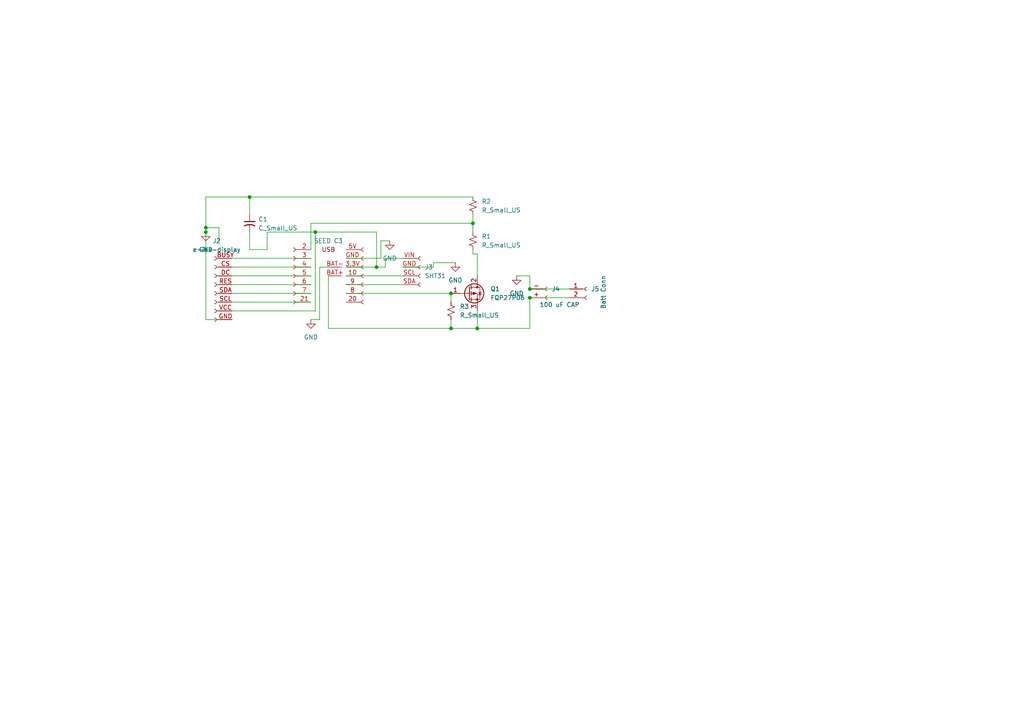
<source format=kicad_sch>
(kicad_sch (version 20250114) (generator "eeschema") (generator_version "9.0")
  (paper "A4")
  (lib_symbols
    (symbol "Conn_01x02_Socket_1" (pin_names (offset 1.016) (hide yes))
      (property "Reference" "J5" (at 1.27 0.0001 0))
      (property "Value" "Batt Conn" (at 4.826 -5.842 90))
      (symbol "Conn_01x02_Socket_1_1_1"
        (polyline (pts (xy -1.27 0) (xy -0.508 0)) (stroke (width 0.1524)))
        (polyline (pts (xy -1.27 -2.54) (xy -0.508 -2.54)) (stroke (width 0.1524)))
        (arc (start 0 -0.508) (mid -0.5058 0) (end 0 0.508) (stroke (width 0.1524)))
        (arc (start 0 -3.048) (mid -0.5058 -2.54) (end 0 -2.032) (stroke (width 0.1524)))
        (pin passive line (at -5.08 0 0) (length 3.81) (name "Pin_1") (number "1"))
        (pin passive line (at -5.08 -2.54 0) (length 3.81) (name "Pin_2") (number "2"))
      )
    )
    (symbol "Connector:Conn_01x02_Socket" (pin_names (offset 1.016) (hide yes))
      (property "Reference" "J4" (at 1.27 0.0001 0))
      (property "Value" "100 uF CAP" (at -2.286 -4.572 0))
      (symbol "Conn_01x02_Socket_1_1"
        (polyline (pts (xy -1.27 0) (xy -0.508 0)) (stroke (width 0.1524)))
        (polyline (pts (xy -1.27 -2.54) (xy -0.508 -2.54)) (stroke (width 0.1524)))
        (arc (start 0 -0.508) (mid -0.5058 0) (end 0 0.508) (stroke (width 0.1524)))
        (arc (start 0 -3.048) (mid -0.5058 -2.54) (end 0 -2.032) (stroke (width 0.1524)))
        (pin passive line (at -5.08 0 0) (length 3.81) (name "Pin_1") (number "-"))
        (pin passive line (at -5.08 -2.54 0) (length 3.81) (name "Pin_2") (number "+"))
      )
    )
    (symbol "Connector:Conn_01x04_Socket" (pin_names (offset 1.016) (hide yes))
      (property "Reference" "J3" (at 1.27 0.0001 0))
      (property "Value" "SHT31" (at 1.27 -2.5399 0))
      (symbol "Conn_01x04_Socket_1_1"
        (polyline (pts (xy -1.27 2.54) (xy -0.508 2.54)) (stroke (width 0.1524)))
        (polyline (pts (xy -1.27 0) (xy -0.508 0)) (stroke (width 0.1524)))
        (polyline (pts (xy -1.27 -2.54) (xy -0.508 -2.54)) (stroke (width 0.1524)))
        (polyline (pts (xy -1.27 -5.08) (xy -0.508 -5.08)) (stroke (width 0.1524)))
        (arc (start 0 2.032) (mid -0.5058 2.54) (end 0 3.048) (stroke (width 0.1524)))
        (arc (start 0 -0.508) (mid -0.5058 0) (end 0 0.508) (stroke (width 0.1524)))
        (arc (start 0 -3.048) (mid -0.5058 -2.54) (end 0 -2.032) (stroke (width 0.1524)))
        (arc (start 0 -5.588) (mid -0.5058 -5.08) (end 0 -4.572) (stroke (width 0.1524)))
        (pin passive line (at -5.08 2.54 0) (length 3.81) (name "Pin_1") (number "VIN"))
        (pin passive line (at -5.08 0 0) (length 3.81) (name "Pin_2") (number "GND"))
        (pin passive line (at -5.08 -2.54 0) (length 3.81) (name "Pin_3") (number "SCL"))
        (pin passive line (at -5.08 -5.08 0) (length 3.81) (name "Pin_4") (number "SDA"))
      )
    )
    (symbol "Connector:Conn_01x09_Socket" (pin_names (offset 1.016) (hide yes))
      (property "Reference" "J2" (at 1.27 1.2701 0))
      (property "Value" "e-ink-display" (at 5.08 -5.08 90))
      (symbol "Conn_01x09_Socket_1_1"
        (polyline (pts (xy -1.27 10.16) (xy -0.508 10.16)) (stroke (width 0.1524)))
        (polyline (pts (xy -1.27 7.62) (xy -0.508 7.62)) (stroke (width 0.1524)))
        (polyline (pts (xy -1.27 5.08) (xy -0.508 5.08)) (stroke (width 0.1524)))
        (polyline (pts (xy -1.27 2.54) (xy -0.508 2.54)) (stroke (width 0.1524)))
        (polyline (pts (xy -1.27 0) (xy -0.508 0)) (stroke (width 0.1524)))
        (polyline (pts (xy -1.27 -2.54) (xy -0.508 -2.54)) (stroke (width 0.1524)))
        (polyline (pts (xy -1.27 -5.08) (xy -0.508 -5.08)) (stroke (width 0.1524)))
        (polyline (pts (xy -1.27 -7.62) (xy -0.508 -7.62)) (stroke (width 0.1524)))
        (arc (start 0 9.652) (mid -0.5058 10.16) (end 0 10.668) (stroke (width 0.1524)))
        (arc (start 0 7.112) (mid -0.5058 7.62) (end 0 8.128) (stroke (width 0.1524)))
        (arc (start 0 4.572) (mid -0.5058 5.08) (end 0 5.588) (stroke (width 0.1524)))
        (arc (start 0 2.032) (mid -0.5058 2.54) (end 0 3.048) (stroke (width 0.1524)))
        (arc (start 0 -0.508) (mid -0.5058 0) (end 0 0.508) (stroke (width 0.1524)))
        (arc (start 0 -3.048) (mid -0.5058 -2.54) (end 0 -2.032) (stroke (width 0.1524)))
        (arc (start 0 -5.588) (mid -0.5058 -5.08) (end 0 -4.572) (stroke (width 0.1524)))
        (arc (start 0 -8.128) (mid -0.5058 -7.62) (end 0 -7.112) (stroke (width 0.1524)))
        (pin passive line (at -5.08 10.16 0) (length 3.81) (name "Pin_1") (number "GND"))
        (pin passive line (at -5.08 7.62 0) (length 3.81) (name "Pin_2") (number "VCC"))
        (pin passive line (at -5.08 5.08 0) (length 3.81) (name "Pin_3") (number "SCL"))
        (pin passive line (at -5.08 2.54 0) (length 3.81) (name "Pin_4") (number "SDA"))
        (pin passive line (at -5.08 0 0) (length 3.81) (name "Pin_5") (number "RES"))
        (pin passive line (at -5.08 -2.54 0) (length 3.81) (name "Pin_6") (number "DC"))
        (pin passive line (at -5.08 -5.08 0) (length 3.81) (name "Pin_7") (number "CS"))
        (pin passive line (at -5.08 -7.62 0) (length 3.81) (name "Pin_8") (number "BUSY"))
      )
    )
    (symbol "Connector:SEED-C3-Alex" (pin_names (offset 1.016) (hide yes))
      (property "Value" "SEED C3" (at 0 10.16 0))
      (symbol "SEED-C3-Alex_1_1"
        (arc (start -10.16 8.128) (mid -9.6542 7.62) (end -10.16 7.112) (stroke (width 0.1524)))
        (arc (start -10.16 5.588) (mid -9.6542 5.08) (end -10.16 4.572) (stroke (width 0.1524)))
        (arc (start -10.16 3.048) (mid -9.6542 2.54) (end -10.16 2.032) (stroke (width 0.1524)))
        (arc (start -10.16 0.508) (mid -9.6542 0) (end -10.16 -0.508) (stroke (width 0.1524)))
        (arc (start -10.16 -2.032) (mid -9.6542 -2.54) (end -10.16 -3.048) (stroke (width 0.1524)))
        (arc (start -10.16 -4.572) (mid -9.6542 -5.08) (end -10.16 -5.588) (stroke (width 0.1524)))
        (arc (start -10.16 -7.112) (mid -9.6542 -7.62) (end -10.16 -8.128) (stroke (width 0.1524)))
        (polyline (pts (xy -8.89 7.62) (xy -9.652 7.62)) (stroke (width 0.1524)))
        (polyline (pts (xy -8.89 5.08) (xy -9.652 5.08)) (stroke (width 0.1524)))
        (polyline (pts (xy -8.89 2.54) (xy -9.652 2.54)) (stroke (width 0.1524)))
        (polyline (pts (xy -8.89 0) (xy -9.652 0)) (stroke (width 0.1524)))
        (polyline (pts (xy -8.89 -2.54) (xy -9.652 -2.54)) (stroke (width 0.1524)))
        (polyline (pts (xy -8.89 -5.08) (xy -9.652 -5.08)) (stroke (width 0.1524)))
        (polyline (pts (xy -8.89 -7.62) (xy -9.652 -7.62)) (stroke (width 0.1524)))
        (polyline (pts (xy 8.89 7.62) (xy 9.652 7.62)) (stroke (width 0.1524)))
        (polyline (pts (xy 8.89 5.08) (xy 9.652 5.08)) (stroke (width 0.1524)))
        (polyline (pts (xy 8.89 2.54) (xy 9.652 2.54)) (stroke (width 0.1524)))
        (polyline (pts (xy 8.89 0) (xy 9.652 0)) (stroke (width 0.1524)))
        (polyline (pts (xy 8.89 -2.54) (xy 9.652 -2.54)) (stroke (width 0.1524)))
        (polyline (pts (xy 8.89 -5.08) (xy 9.652 -5.08)) (stroke (width 0.1524)))
        (polyline (pts (xy 8.89 -7.62) (xy 9.652 -7.62)) (stroke (width 0.1524)))
        (arc (start 10.16 7.112) (mid 9.6542 7.62) (end 10.16 8.128) (stroke (width 0.1524)))
        (arc (start 10.16 4.572) (mid 9.6542 5.08) (end 10.16 5.588) (stroke (width 0.1524)))
        (arc (start 10.16 2.032) (mid 9.6542 2.54) (end 10.16 3.048) (stroke (width 0.1524)))
        (arc (start 10.16 -0.508) (mid 9.6542 0) (end 10.16 0.508) (stroke (width 0.1524)))
        (arc (start 10.16 -3.048) (mid 9.6542 -2.54) (end 10.16 -2.032) (stroke (width 0.1524)))
        (arc (start 10.16 -5.588) (mid 9.6542 -5.08) (end 10.16 -4.572) (stroke (width 0.1524)))
        (arc (start 10.16 -8.128) (mid 9.6542 -7.62) (end 10.16 -7.112) (stroke (width 0.1524)))
        (text "USB" (at 0 7.62 0) (effects (font (size 1.27 1.27))))
        (pin passive line (at -5.08 7.62 180) (length 3.81) (name "Pin_8") (number "2"))
        (pin passive line (at -5.08 5.08 180) (length 3.81) (name "Pin_7") (number "3"))
        (pin passive line (at -5.08 2.54 180) (length 3.81) (name "Pin_6") (number "4"))
        (pin passive line (at -5.08 0 180) (length 3.81) (name "Pin_5") (number "5"))
        (pin passive line (at -5.08 -2.54 180) (length 3.81) (name "Pin_4") (number "6"))
        (pin passive line (at -5.08 -5.08 180) (length 3.81) (name "Pin_3") (number "7"))
        (pin passive line (at -5.08 -7.62 180) (length 3.81) (name "Pin_2") (number "21"))
        (pin passive line (at 0 2.54 0) (length 3.81) (name "Pin_1") (number "BAT-"))
        (pin passive line (at 0 0 0) (length 3.81) (name "Pin_1") (number "BAT+"))
        (pin passive line (at 5.08 7.62 0) (length 3.81) (name "Pin_1") (number "5V"))
        (pin passive line (at 5.08 5.08 0) (length 3.81) (name "Pin_2") (number "GND"))
        (pin passive line (at 5.08 2.54 0) (length 3.81) (name "Pin_3") (number "3.3V"))
        (pin passive line (at 5.08 0 0) (length 3.81) (name "Pin_4") (number "10"))
        (pin passive line (at 5.08 -2.54 0) (length 3.81) (name "Pin_5") (number "9"))
        (pin passive line (at 5.08 -5.08 0) (length 3.81) (name "Pin_6") (number "8"))
        (pin passive line (at 5.08 -7.62 0) (length 3.81) (name "Pin_7") (number "20"))
      )
    )
    (symbol "Device:C_Small_US" (pin_numbers (hide yes)) (pin_names (offset 0.254) (hide yes))
      (property "Reference" "C" (at 0.254 1.778 0))
      (property "Value" "C_Small_US" (at 0.254 -2.032 0))
      (symbol "C_Small_US_0_1"
        (polyline (pts (xy -1.524 0.508) (xy 1.524 0.508)) (stroke (width 0.3048)))
        (arc (start -1.524 -0.762) (mid 0 -0.3734) (end 1.524 -0.762) (stroke (width 0.3048)))
      )
      (symbol "C_Small_US_1_1"
        (pin passive line (at 0 2.54 270) (length 2.032) (name "~") (number "1"))
        (pin passive line (at 0 -2.54 90) (length 2.032) (name "~") (number "2"))
      )
    )
    (symbol "Device:R_Small_US" (pin_numbers (hide yes)) (pin_names (offset 0.254) (hide yes))
      (property "Reference" "R" (at 0.762 0.508 0))
      (property "Value" "R_Small_US" (at 0.762 -1.016 0))
      (symbol "R_Small_US_1_1"
        (polyline (pts (xy 0 1.524) (xy 1.016 1.143) (xy 0 0.762) (xy -1.016 0.381) (xy 0 0)))
        (polyline (pts (xy 0 0) (xy 1.016 -0.381) (xy 0 -0.762) (xy -1.016 -1.143) (xy 0 -1.524)))
        (pin passive line (at 0 2.54 270) (length 1.016) (name "~") (number "1"))
        (pin passive line (at 0 -2.54 90) (length 1.016) (name "~") (number "2"))
      )
    )
    (symbol "Transistor_FET:FQP27P06" (pin_names (hide yes))
      (property "Reference" "Q" (at 5.08 1.905 0))
      (property "Value" "FQP27P06" (at 5.08 0 0))
      (symbol "FQP27P06_0_1"
        (polyline (pts (xy 0.254 1.905) (xy 0.254 -1.905)) (stroke (width 0.254)))
        (polyline (pts (xy 0.254 0) (xy -2.54 0)))
        (polyline (pts (xy 0.762 2.286) (xy 0.762 1.27)) (stroke (width 0.254)))
        (polyline (pts (xy 0.762 1.778) (xy 3.302 1.778) (xy 3.302 -1.778) (xy 0.762 -1.778)))
        (polyline (pts (xy 0.762 0.508) (xy 0.762 -0.508)) (stroke (width 0.254)))
        (polyline (pts (xy 0.762 -1.27) (xy 0.762 -2.286)) (stroke (width 0.254)))
        (circle (center 1.651 0) (radius 2.794) (stroke (width 0.254)))
        (polyline (pts (xy 2.286 0) (xy 1.27 0.381) (xy 1.27 -0.381) (xy 2.286 0)) (fill (type outline)))
        (polyline (pts (xy 2.54 2.54) (xy 2.54 1.778)))
        (circle (center 2.54 1.778) (radius 0.254) (fill (type outline)))
        (circle (center 2.54 -1.778) (radius 0.254) (fill (type outline)))
        (polyline (pts (xy 2.54 -2.54) (xy 2.54 0) (xy 0.762 0)))
        (polyline (pts (xy 2.794 -0.508) (xy 2.921 -0.381) (xy 3.683 -0.381) (xy 3.81 -0.254)))
        (polyline (pts (xy 3.302 -0.381) (xy 2.921 0.254) (xy 3.683 0.254) (xy 3.302 -0.381)))
      )
      (symbol "FQP27P06_1_1"
        (pin input line (at -5.08 0 0) (length 2.54) (name "G") (number "1"))
        (pin passive line (at 2.54 5.08 270) (length 2.54) (name "D") (number "2"))
        (pin passive line (at 2.54 -5.08 90) (length 2.54) (name "S") (number "3"))
      )
    )
    (symbol "power:GND" (power) (pin_numbers (hide yes)) (pin_names (offset 0) (hide yes))
      (property "Value" "GND" (at 0 -3.81 0))
      (symbol "GND_0_1"
        (polyline (pts (xy 0 0) (xy 0 -1.27) (xy 1.27 -1.27) (xy 0 -2.54) (xy -1.27 -1.27) (xy 0 -1.27)))
      )
      (symbol "GND_1_1"
        (pin power_in line (at 0 0 270) (length 0) (name "~") (number "1"))
      )
    )
  )
  (junction (at 137.16 64.77))
  (junction (at 130.81 85.09))
  (junction (at 91.44 67.31))
  (junction (at 153.67 86.36))
  (junction (at 72.39 57.15))
  (junction (at 130.81 95.25))
  (junction (at 59.69 66.04))
  (junction (at 138.43 95.25))
  (junction (at 109.22 77.47))
  (junction (at 153.67 83.82))
  (junction (at 59.69 67.31))
  (wire (pts (xy 72.39 57.15) (xy 59.69 57.15)))
  (wire (pts (xy 100.33 74.93) (xy 110.49 74.93)))
  (wire (pts (xy 67.31 85.09) (xy 90.17 85.09)))
  (wire (pts (xy 100.33 80.01) (xy 116.84 80.01)))
  (wire (pts (xy 72.39 72.39) (xy 77.47 72.39)))
  (wire (pts (xy 92.71 77.47) (xy 92.71 92.71)))
  (wire (pts (xy 67.31 87.63) (xy 90.17 87.63)))
  (wire (pts (xy 90.17 64.77) (xy 90.17 72.39)))
  (wire (pts (xy 67.31 82.55) (xy 90.17 82.55)))
  (wire (pts (xy 59.69 67.31) (xy 59.69 92.71)))
  (wire (pts (xy 67.31 92.71) (xy 59.69 92.71)))
  (wire (pts (xy 67.31 77.47) (xy 90.17 77.47)))
  (wire (pts (xy 138.43 73.66) (xy 138.43 80.01)))
  (wire (pts (xy 63.5 69.85) (xy 63.5 66.04)))
  (wire (pts (xy 153.67 86.36) (xy 165.1 86.36)))
  (wire (pts (xy 130.81 92.71) (xy 130.81 95.25)))
  (wire (pts (xy 91.44 67.31) (xy 77.47 67.31)))
  (wire (pts (xy 153.67 83.82) (xy 153.67 80.01)))
  (wire (pts (xy 137.16 57.15) (xy 72.39 57.15)))
  (wire (pts (xy 77.47 67.31) (xy 77.47 72.39)))
  (wire (pts (xy 111.76 74.93) (xy 111.76 77.47)))
  (wire (pts (xy 137.16 64.77) (xy 90.17 64.77)))
  (wire (pts (xy 95.25 77.47) (xy 92.71 77.47)))
  (wire (pts (xy 100.33 85.09) (xy 130.81 85.09)))
  (wire (pts (xy 67.31 74.93) (xy 90.17 74.93)))
  (wire (pts (xy 137.16 64.77) (xy 137.16 67.31)))
  (wire (pts (xy 138.43 95.25) (xy 138.43 90.17)))
  (wire (pts (xy 137.16 72.39) (xy 137.16 73.66)))
  (wire (pts (xy 130.81 95.25) (xy 138.43 95.25)))
  (wire (pts (xy 59.69 66.04) (xy 59.69 67.31)))
  (wire (pts (xy 109.22 67.31) (xy 91.44 67.31)))
  (wire (pts (xy 130.81 85.09) (xy 130.81 87.63)))
  (wire (pts (xy 110.49 69.85) (xy 113.03 69.85)))
  (wire (pts (xy 153.67 83.82) (xy 165.1 83.82)))
  (wire (pts (xy 137.16 62.23) (xy 137.16 64.77)))
  (wire (pts (xy 125.73 76.2) (xy 125.73 77.47)))
  (wire (pts (xy 110.49 74.93) (xy 110.49 69.85)))
  (wire (pts (xy 92.71 92.71) (xy 90.17 92.71)))
  (wire (pts (xy 59.69 57.15) (xy 59.69 66.04)))
  (wire (pts (xy 95.25 80.01) (xy 95.25 95.25)))
  (wire (pts (xy 111.76 77.47) (xy 109.22 77.47)))
  (wire (pts (xy 100.33 82.55) (xy 116.84 82.55)))
  (wire (pts (xy 137.16 73.66) (xy 138.43 73.66)))
  (wire (pts (xy 153.67 95.25) (xy 138.43 95.25)))
  (wire (pts (xy 153.67 86.36) (xy 153.67 95.25)))
  (wire (pts (xy 116.84 74.93) (xy 111.76 74.93)))
  (wire (pts (xy 132.08 76.2) (xy 125.73 76.2)))
  (wire (pts (xy 72.39 57.15) (xy 72.39 62.23)))
  (wire (pts (xy 153.67 80.01) (xy 149.86 80.01)))
  (wire (pts (xy 109.22 77.47) (xy 109.22 67.31)))
  (wire (pts (xy 95.25 95.25) (xy 130.81 95.25)))
  (wire (pts (xy 91.44 67.31) (xy 91.44 90.17)))
  (wire (pts (xy 125.73 77.47) (xy 116.84 77.47)))
  (wire (pts (xy 67.31 80.01) (xy 90.17 80.01)))
  (wire (pts (xy 91.44 90.17) (xy 67.31 90.17)))
  (wire (pts (xy 72.39 67.31) (xy 72.39 72.39)))
  (wire (pts (xy 63.5 66.04) (xy 59.69 66.04)))
  (wire (pts (xy 109.22 77.47) (xy 100.33 77.47)))
  (symbol (lib_id "power:GND") (at 113.03 69.85 0) (unit 1)
    (property "Reference" "#PWR03" (effects (hide yes)))
    (property "Value" "GND" (at 113.03 74.93 0))
    (property "Description" "Power symbol creates a global label with name \"GND\" , ground" (effects (hide yes)))
  )
  (symbol (lib_id "Device:R_Small_US") (at 130.81 90.17 0) (unit 1)
    (property "Reference" "R3" (at 133.35 88.8999 0) (effects (justify left)))
    (property "Value" "R_Small_US" (at 133.35 91.4399 0) (effects (justify left)))
    (property "Footprint" "Resistor_THT:R_Axial_DIN0207_L6.3mm_D2.5mm_P10.16mm_Horizontal" (effects (hide yes)))
    (property "Description" "Resistor, small US symbol" (effects (hide yes)))
  )
  (symbol (lib_id "Device:C_Small_US") (at 72.39 64.77 0) (unit 1)
    (property "Reference" "C1" (at 74.93 63.6269 0) (effects (justify left)))
    (property "Value" "C_Small_US" (at 74.93 66.1669 0) (effects (justify left)))
    (property "Footprint" "Capacitor_THT:C_Disc_D7.5mm_W5.0mm_P5.00mm" (effects (hide yes)))
    (property "Description" "capacitor, small US symbol" (effects (hide yes)))
  )
  (symbol (lib_id "Transistor_FET:FQP27P06") (at 135.89 85.09 0) (unit 1)
    (property "Reference" "Q1" (at 142.24 83.8199 0) (effects (justify left)))
    (property "Value" "FQP27P06" (at 142.24 86.3599 0) (effects (justify left)))
    (property "Footprint" "Package_TO_SOT_THT:TO-220-3_Vertical" (effects (hide yes)))
    (property "Datasheet" "https://www.onsemi.com/pub/Collateral/FQP27P06-D.PDF" (effects (hide yes)))
    (property "Description" "-27A Id, -60V Vds, QFET P-Channel MOSFET, TO-220" (effects (hide yes)))
  )
  (symbol (lib_id "Connector:Conn_01x02_Socket") (at 158.75 83.82 0) (unit 1)
    (property "Reference" "J4" (at 160.02 83.8199 0) (effects (justify left)))
    (property "Value" "100 uF CAP" (at 156.464 88.392 0) (effects (justify left)))
    (property "Footprint" "Capacitor_THT:CP_Radial_D8.0mm_P5.00mm" (effects (hide yes)))
    (property "Description" "Generic connector, single row, 01x02, script generated" (effects (hide yes)))
  )
  (symbol (lib_id "Connector:Conn_01x04_Socket") (at 121.92 77.47 0) (unit 1)
    (property "Reference" "J3" (at 123.19 77.4699 0) (effects (justify left)))
    (property "Value" "SHT31" (at 123.19 80.0099 0) (effects (justify left)))
    (property "Footprint" "Connector_PinSocket_2.54mm:PinSocket_1x04_P2.54mm_Vertical" (effects (hide yes)))
    (property "Description" "Generic connector, single row, 01x04, script generated" (effects (hide yes)))
  )
  (symbol (lib_id "power:GND") (at 90.17 92.71 0) (unit 1)
    (property "Reference" "#PWR05" (effects (hide yes)))
    (property "Value" "GND" (at 90.17 97.79 0))
    (property "Description" "Power symbol creates a global label with name \"GND\" , ground" (effects (hide yes)))
  )
  (symbol (lib_id "power:GND") (at 132.08 76.2 0) (unit 1)
    (property "Reference" "#PWR02" (effects (hide yes)))
    (property "Value" "GND" (at 132.08 81.28 0))
    (property "Description" "Power symbol creates a global label with name \"GND\" , ground" (effects (hide yes)))
  )
  (symbol (lib_id "power:GND") (at 59.69 67.31 0) (unit 1)
    (property "Reference" "#PWR01" (effects (hide yes)))
    (property "Value" "GND" (at 59.69 72.39 0))
    (property "Description" "Power symbol creates a global label with name \"GND\" , ground" (effects (hide yes)))
  )
  (symbol (lib_name "Conn_01x02_Socket_1") (lib_id "Connector:Conn_01x02_Socket") (at 170.18 83.82 0) (unit 1)
    (property "Reference" "J5" (at 171.45 83.8199 0) (effects (justify left)))
    (property "Value" "Batt Conn" (at 175.006 89.662 90) (effects (justify left)))
    (property "Footprint" "Connector_PinSocket_2.00mm:PinSocket_1x02_P2.00mm_Vertical" (effects (hide yes)))
    (property "Description" "Generic connector, single row, 01x02, script generated" (effects (hide yes)))
  )
  (symbol (lib_id "Device:R_Small_US") (at 137.16 69.85 0) (unit 1)
    (property "Reference" "R1" (at 139.7 68.5799 0) (effects (justify left)))
    (property "Value" "R_Small_US" (at 139.7 71.1199 0) (effects (justify left)))
    (property "Footprint" "Resistor_THT:R_Axial_DIN0207_L6.3mm_D2.5mm_P10.16mm_Horizontal" (effects (hide yes)))
    (property "Description" "Resistor, small US symbol" (effects (hide yes)))
  )
  (symbol (lib_id "power:GND") (at 149.86 80.01 0) (unit 1)
    (property "Reference" "#PWR04" (effects (hide yes)))
    (property "Value" "GND" (at 149.86 85.09 0))
    (property "Description" "Power symbol creates a global label with name \"GND\" , ground" (effects (hide yes)))
  )
  (symbol (lib_id "Connector:Conn_01x09_Socket") (at 62.23 82.55 180) (unit 1)
    (property "Reference" "J2" (at 62.865 69.85 0))
    (property "Value" "e-ink-display" (at 62.865 72.39 0))
    (property "Footprint" "Connector_PinHeader_2.54mm:PinHeader_1x08_P2.54mm_Vertical" (effects (hide yes)))
    (property "Description" "Generic connector, single row, 01x09, script generated" (effects (hide yes)))
  )
  (symbol (lib_id "Device:R_Small_US") (at 137.16 59.69 0) (unit 1)
    (property "Reference" "R2" (at 139.7 58.4199 0) (effects (justify left)))
    (property "Value" "R_Small_US" (at 139.7 60.9599 0) (effects (justify left)))
    (property "Footprint" "Resistor_THT:R_Axial_DIN0207_L6.3mm_D2.5mm_P10.16mm_Horizontal" (effects (hide yes)))
    (property "Description" "Resistor, small US symbol" (effects (hide yes)))
  )
  (symbol (lib_id "Connector:SEED-C3-Alex") (at 95.25 80.01 0) (unit 1)
    (property "Reference" "J1" (effects (hide yes)))
    (property "Value" "SEED C3" (at 95.25 69.85 0))
    (property "Footprint" "Module:XIAO-ESP32C3-Throughole_alex" (effects (hide yes)))
    (property "Description" "Generic connector, single row, 01x08, script generated" (effects (hide yes)))
  )
)
</source>
